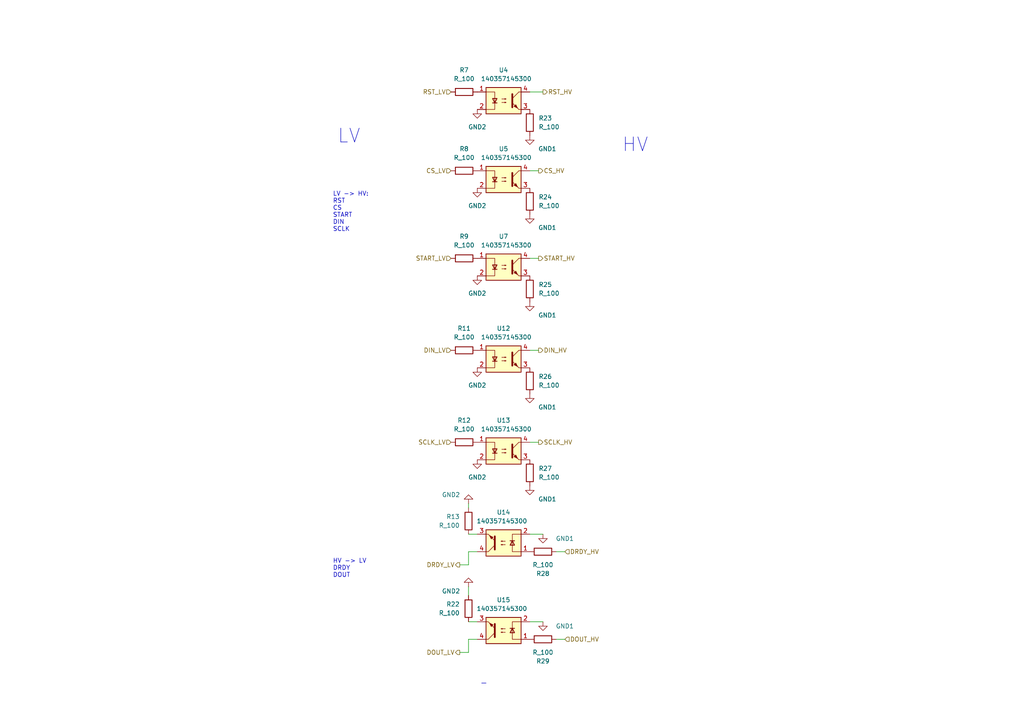
<source format=kicad_sch>
(kicad_sch (version 20230121) (generator eeschema)
  (paper "A4")
  (lib_symbols
    (symbol "GND2_1" (power) (pin_names (offset 0))
      (property "Value" "GND2_1" (at 0 -5.08 0))
      (symbol "GND2_1_0_1"
        (polyline (pts (xy 0 0) (xy 0 -1.27) (xy 1.27 -1.27) (xy 0 -2.54) (xy -1.27 -1.27) (xy 0 -1.27)))
      )
      (symbol "GND2_1_1_1"
        (pin power_in line (at 0 0 270) (length 0) hide (name "GND2") (number "1"))
      )
    )
    (symbol "OEM:140357145300 "
      (property "Reference" "U" (at -5.08 5.08 0))
      (property "Value" "140357145300 " (at 0 5.08 0))
      (symbol "140357145300 _0_1"
        (rectangle (start -5.08 3.81) (end 5.08 -3.81) (stroke (width 0.254)) (fill (type background)))
        (polyline (pts (xy -3.175 -0.635) (xy -1.905 -0.635)) (stroke (width 0.254)))
        (polyline (pts (xy 2.54 0.635) (xy 4.445 2.54)))
        (polyline (pts (xy 4.445 -2.54) (xy 2.54 -0.635)) (fill (type outline)))
        (polyline (pts (xy 4.445 -2.54) (xy 5.08 -2.54)))
        (polyline (pts (xy 4.445 2.54) (xy 5.08 2.54)))
        (polyline (pts (xy -5.08 2.54) (xy -2.54 2.54) (xy -2.54 -0.635)))
        (polyline (pts (xy -2.54 -0.635) (xy -2.54 -2.54) (xy -5.08 -2.54)))
        (polyline (pts (xy 2.54 1.905) (xy 2.54 -1.905) (xy 2.54 -1.905)) (stroke (width 0.508)))
        (polyline (pts (xy -2.54 -0.635) (xy -3.175 0.635) (xy -1.905 0.635) (xy -2.54 -0.635)) (stroke (width 0.254)))
        (polyline (pts (xy -0.508 -0.508) (xy 0.762 -0.508) (xy 0.381 -0.635) (xy 0.381 -0.381) (xy 0.762 -0.508)))
        (polyline (pts (xy -0.508 0.508) (xy 0.762 0.508) (xy 0.381 0.381) (xy 0.381 0.635) (xy 0.762 0.508)))
        (polyline (pts (xy 3.048 -1.651) (xy 3.556 -1.143) (xy 4.064 -2.159) (xy 3.048 -1.651) (xy 3.048 -1.651)) (fill (type outline)))
      )
      (symbol "140357145300 _1_1"
        (pin passive line (at -7.62 2.54 0) (length 2.54) (name "~") (number "1"))
        (pin passive line (at -7.62 -2.54 0) (length 2.54) (name "~") (number "2"))
        (pin passive line (at 7.62 -2.54 180) (length 2.54) (name "~") (number "3"))
        (pin passive line (at 7.62 2.54 180) (length 2.54) (name "~") (number "4"))
      )
    )
    (symbol "formula:R_100" (pin_numbers hide) (pin_names (offset 0))
      (property "Reference" "R" (at 2.032 0 90))
      (property "Value" "R_100" (at -2.54 0 90))
      (symbol "R_100_0_1"
        (rectangle (start -1.016 -2.54) (end 1.016 2.54) (stroke (width 0.254)))
      )
      (symbol "R_100_1_1"
        (pin passive line (at 0 3.81 270) (length 1.27) (name "~") (number "1"))
        (pin passive line (at 0 -3.81 90) (length 1.27) (name "~") (number "2"))
      )
    )
    (symbol "power:GND1" (power) (pin_names (offset 0))
      (property "Value" "GND1" (at 0 -3.81 0))
      (symbol "GND1_0_1"
        (polyline (pts (xy 0 0) (xy 0 -1.27) (xy 1.27 -1.27) (xy 0 -2.54) (xy -1.27 -1.27) (xy 0 -1.27)))
      )
      (symbol "GND1_1_1"
        (pin power_in line (at 0 0 270) (length 0) hide (name "GND1") (number "1"))
      )
    )
  )
  (wire (pts (xy 161.29 185.42) (xy 163.83 185.42)))
  (wire (pts (xy 135.89 160.02) (xy 138.43 160.02)))
  (wire (pts (xy 135.89 185.42) (xy 138.43 185.42)))
  (wire (pts (xy 153.67 74.93) (xy 156.21 74.93)))
  (wire (pts (xy 135.89 172.72) (xy 135.89 170.18)))
  (wire (pts (xy 135.89 154.94) (xy 138.43 154.94)))
  (wire (pts (xy 153.67 128.27) (xy 156.21 128.27)))
  (wire (pts (xy 135.89 189.23) (xy 135.89 185.42)))
  (wire (pts (xy 135.89 163.83) (xy 135.89 160.02)))
  (wire (pts (xy 153.67 26.67) (xy 157.48 26.67)))
  (wire (pts (xy 153.67 101.6) (xy 156.21 101.6)))
  (wire (pts (xy 135.89 146.05) (xy 135.89 147.32)))
  (wire (pts (xy 133.35 163.83) (xy 135.89 163.83)))
  (wire (pts (xy 153.67 154.94) (xy 157.48 154.94)))
  (wire (pts (xy 133.35 189.23) (xy 135.89 189.23)))
  (wire (pts (xy 161.29 160.02) (xy 163.83 160.02)))
  (wire (pts (xy 135.89 180.34) (xy 138.43 180.34)))
  (polyline (pts (xy 139.7 198.12) (xy 140.97 198.12)))
  (wire (pts (xy 153.67 180.34) (xy 157.48 180.34)))
  (wire (pts (xy 153.67 49.53) (xy 156.21 49.53)))
  (text "HV -> LV\nDRDY\nDOUT" (at 96.52 167.64 0) (effects (font (size 1.27 1.27)) (justify left bottom)))
  (text "LV" (at 97.79 41.91 0) (effects (font (size 4 4)) (justify left bottom)))
  (text "LV -> HV:\nRST\nCS\nSTART\nDIN\nSCLK" (at 96.52 67.31 0) (effects (font (size 1.27 1.27)) (justify left bottom)))
  (text "HV" (at 180.34 44.45 0) (effects (font (size 4 4)) (justify left bottom)))
  (hierarchical_label "START_HV" (shape output) (at 156.21 74.93 0))
  (hierarchical_label "DOUT_HV" (shape input) (at 163.83 185.42 0))
  (hierarchical_label "DRDY_HV" (shape input) (at 163.83 160.02 0))
  (hierarchical_label "RST_LV" (shape input) (at 130.81 26.67 180))
  (hierarchical_label "START_LV" (shape input) (at 130.81 74.93 180))
  (hierarchical_label "RST_HV" (shape output) (at 157.48 26.67 0))
  (hierarchical_label "CS_LV" (shape input) (at 130.81 49.53 180))
  (hierarchical_label "CS_HV" (shape output) (at 156.21 49.53 0))
  (hierarchical_label "DIN_HV" (shape output) (at 156.21 101.6 0))
  (hierarchical_label "DRDY_LV" (shape output) (at 133.35 163.83 180))
  (hierarchical_label "SCLK_HV" (shape output) (at 156.21 128.27 0))
  (hierarchical_label "DIN_LV" (shape input) (at 130.81 101.6 180))
  (hierarchical_label "SCLK_LV" (shape input) (at 130.81 128.27 180))
  (hierarchical_label "DOUT_LV" (shape output) (at 133.35 189.23 180))
  (symbol (lib_id "formula:R_100") (at 153.67 110.49 0) (unit 1)
    (property "Reference" "R26" (at 156.21 109.2199 0) (effects (justify left)))
    (property "Value" "R_100" (at 156.21 111.7599 0) (effects (justify left)))
    (property "Footprint" "footprints:R_0603_1608Metric" (effects hide))
    (property "Datasheet" "https://www.seielect.com/Catalog/SEI-rncp.pdf" (effects hide))
    (property "MFN" "DK" (effects hide))
    (property "MPN" "RNCP0805FTD100RCT-ND" (effects hide))
    (property "PurchasingLink" "https://www.digikey.com/products/en?keywords=RNCP0805FTD100RCT-ND" (effects hide))
  )
  (symbol (lib_id "power:GND1") (at 153.67 140.97 0) (unit 1)
    (property "Reference" "#PWR032" (effects hide))
    (property "Value" "HV_GND" (at 158.75 144.78 0))
  )
  (symbol (lib_id "formula:R_100") (at 153.67 83.82 0) (unit 1)
    (property "Reference" "R25" (at 156.21 82.5499 0) (effects (justify left)))
    (property "Value" "R_100" (at 156.21 85.0899 0) (effects (justify left)))
    (property "Footprint" "footprints:R_0603_1608Metric" (effects hide))
    (property "Datasheet" "https://www.seielect.com/Catalog/SEI-rncp.pdf" (effects hide))
    (property "MFN" "DK" (effects hide))
    (property "MPN" "RNCP0805FTD100RCT-ND" (effects hide))
    (property "PurchasingLink" "https://www.digikey.com/products/en?keywords=RNCP0805FTD100RCT-ND" (effects hide))
  )
  (symbol (lib_id "OEM:140357145300 ") (at 146.05 29.21 0) (unit 1)
    (property "Reference" "U4" (at 146.05 20.32 0))
    (property "Value" "140357145300 " (at 147.32 22.86 0))
    (property "Footprint" "footprints:140357145300" (effects hide))
    (property "Datasheet" "https://www.we-online.com/components/products/datasheet/140357145300.pdf" (effects hide))
  )
  (symbol (lib_id "OEM:140357145300 ") (at 146.05 130.81 0) (unit 1)
    (property "Reference" "U13" (at 146.05 121.92 0))
    (property "Value" "140357145300 " (at 147.32 124.46 0))
    (property "Footprint" "footprints:140357145300" (effects hide))
    (property "Datasheet" "https://www.we-online.com/components/products/datasheet/140357145300.pdf" (effects hide))
  )
  (symbol (lib_id "power:GND1") (at 157.48 154.94 0) (unit 1)
    (property "Reference" "#PWR033" (effects hide))
    (property "Value" "HV_GND" (at 163.83 156.21 0))
  )
  (symbol (lib_name "GND2_1") (lib_id "power:GND2") (at 138.43 31.75 0) (unit 1)
    (property "Reference" "#PWR015" (effects hide))
    (property "Value" "LV_GND" (at 138.43 36.83 0))
  )
  (symbol (lib_name "GND2_1") (lib_id "power:GND2") (at 138.43 54.61 0) (unit 1)
    (property "Reference" "#PWR016" (effects hide))
    (property "Value" "LV_GND" (at 138.43 59.69 0))
  )
  (symbol (lib_id "OEM:140357145300 ") (at 146.05 52.07 0) (unit 1)
    (property "Reference" "U5" (at 146.05 43.18 0))
    (property "Value" "140357145300 " (at 147.32 45.72 0))
    (property "Footprint" "footprints:140357145300" (effects hide))
    (property "Datasheet" "https://www.we-online.com/components/products/datasheet/140357145300.pdf" (effects hide))
  )
  (symbol (lib_id "OEM:140357145300 ") (at 146.05 182.88 180) (unit 1)
    (property "Reference" "U15" (at 146.05 173.99 0))
    (property "Value" "140357145300 " (at 146.05 176.53 0))
    (property "Footprint" "footprints:140357145300" (effects hide))
    (property "Datasheet" "https://www.we-online.com/components/products/datasheet/140357145300.pdf" (effects hide))
  )
  (symbol (lib_id "formula:R_100") (at 134.62 26.67 90) (unit 1)
    (property "Reference" "R7" (at 134.62 20.32 90))
    (property "Value" "R_100" (at 134.62 22.86 90))
    (property "Footprint" "footprints:R_0603_1608Metric" (effects hide))
    (property "Datasheet" "https://www.seielect.com/Catalog/SEI-rncp.pdf" (effects hide))
    (property "MFN" "DK" (effects hide))
    (property "MPN" "RNCP0805FTD100RCT-ND" (effects hide))
    (property "PurchasingLink" "https://www.digikey.com/products/en?keywords=RNCP0805FTD100RCT-ND" (effects hide))
  )
  (symbol (lib_id "power:GND1") (at 157.48 180.34 0) (unit 1)
    (property "Reference" "#PWR034" (effects hide))
    (property "Value" "HV_GND" (at 163.83 181.61 0))
  )
  (symbol (lib_name "GND2_1") (lib_id "power:GND2") (at 135.89 170.18 180) (unit 1)
    (property "Reference" "#PWR013" (effects hide))
    (property "Value" "LV_GND" (at 130.81 171.45 0))
  )
  (symbol (lib_id "OEM:140357145300 ") (at 146.05 77.47 0) (unit 1)
    (property "Reference" "U7" (at 146.05 68.58 0))
    (property "Value" "140357145300 " (at 147.32 71.12 0))
    (property "Footprint" "footprints:140357145300" (effects hide))
    (property "Datasheet" "https://www.we-online.com/components/products/datasheet/140357145300.pdf" (effects hide))
  )
  (symbol (lib_id "OEM:140357145300 ") (at 146.05 104.14 0) (unit 1)
    (property "Reference" "U12" (at 146.05 95.25 0))
    (property "Value" "140357145300 " (at 147.32 97.79 0))
    (property "Footprint" "footprints:140357145300" (effects hide))
    (property "Datasheet" "https://www.we-online.com/components/products/datasheet/140357145300.pdf" (effects hide))
  )
  (symbol (lib_id "formula:R_100") (at 134.62 49.53 90) (unit 1)
    (property "Reference" "R8" (at 134.62 43.18 90))
    (property "Value" "R_100" (at 134.62 45.72 90))
    (property "Footprint" "footprints:R_0603_1608Metric" (effects hide))
    (property "Datasheet" "https://www.seielect.com/Catalog/SEI-rncp.pdf" (effects hide))
    (property "MFN" "DK" (effects hide))
    (property "MPN" "RNCP0805FTD100RCT-ND" (effects hide))
    (property "PurchasingLink" "https://www.digikey.com/products/en?keywords=RNCP0805FTD100RCT-ND" (effects hide))
  )
  (symbol (lib_id "formula:R_100") (at 135.89 151.13 180) (unit 1)
    (property "Reference" "R13" (at 133.35 149.86 0) (effects (justify left)))
    (property "Value" "R_100" (at 133.35 152.4 0) (effects (justify left)))
    (property "Footprint" "footprints:R_0603_1608Metric" (effects hide))
    (property "Datasheet" "https://www.seielect.com/Catalog/SEI-rncp.pdf" (effects hide))
    (property "MFN" "DK" (effects hide))
    (property "MPN" "RNCP0805FTD100RCT-ND" (effects hide))
    (property "PurchasingLink" "https://www.digikey.com/products/en?keywords=RNCP0805FTD100RCT-ND" (effects hide))
  )
  (symbol (lib_name "GND2_1") (lib_id "power:GND2") (at 138.43 133.35 0) (unit 1)
    (property "Reference" "#PWR027" (effects hide))
    (property "Value" "LV_GND" (at 138.43 138.43 0))
  )
  (symbol (lib_id "formula:R_100") (at 157.48 185.42 270) (unit 1)
    (property "Reference" "R29" (at 157.48 191.77 90))
    (property "Value" "R_100" (at 157.48 189.23 90))
    (property "Footprint" "footprints:R_0603_1608Metric" (effects hide))
    (property "Datasheet" "https://www.seielect.com/Catalog/SEI-rncp.pdf" (effects hide))
    (property "MFN" "DK" (effects hide))
    (property "MPN" "RNCP0805FTD100RCT-ND" (effects hide))
    (property "PurchasingLink" "https://www.digikey.com/products/en?keywords=RNCP0805FTD100RCT-ND" (effects hide))
  )
  (symbol (lib_id "power:GND1") (at 153.67 87.63 0) (unit 1)
    (property "Reference" "#PWR030" (effects hide))
    (property "Value" "HV_GND" (at 158.75 91.44 0))
  )
  (symbol (lib_id "formula:R_100") (at 153.67 35.56 0) (unit 1)
    (property "Reference" "R23" (at 156.21 34.2899 0) (effects (justify left)))
    (property "Value" "R_100" (at 156.21 36.83 0) (effects (justify left)))
    (property "Footprint" "footprints:R_0603_1608Metric" (effects hide))
    (property "Datasheet" "https://www.seielect.com/Catalog/SEI-rncp.pdf" (effects hide))
    (property "MFN" "DK" (effects hide))
    (property "MPN" "RNCP0805FTD100RCT-ND" (effects hide))
    (property "PurchasingLink" "https://www.digikey.com/products/en?keywords=RNCP0805FTD100RCT-ND" (effects hide))
  )
  (symbol (lib_id "formula:R_100") (at 134.62 128.27 90) (unit 1)
    (property "Reference" "R12" (at 134.62 121.92 90))
    (property "Value" "R_100" (at 134.62 124.46 90))
    (property "Footprint" "footprints:R_0603_1608Metric" (effects hide))
    (property "Datasheet" "https://www.seielect.com/Catalog/SEI-rncp.pdf" (effects hide))
    (property "MFN" "DK" (effects hide))
    (property "MPN" "RNCP0805FTD100RCT-ND" (effects hide))
    (property "PurchasingLink" "https://www.digikey.com/products/en?keywords=RNCP0805FTD100RCT-ND" (effects hide))
  )
  (symbol (lib_id "formula:R_100") (at 134.62 74.93 90) (unit 1)
    (property "Reference" "R9" (at 134.62 68.58 90))
    (property "Value" "R_100" (at 134.62 71.12 90))
    (property "Footprint" "footprints:R_0603_1608Metric" (effects hide))
    (property "Datasheet" "https://www.seielect.com/Catalog/SEI-rncp.pdf" (effects hide))
    (property "MFN" "DK" (effects hide))
    (property "MPN" "RNCP0805FTD100RCT-ND" (effects hide))
    (property "PurchasingLink" "https://www.digikey.com/products/en?keywords=RNCP0805FTD100RCT-ND" (effects hide))
  )
  (symbol (lib_id "formula:R_100") (at 157.48 160.02 270) (unit 1)
    (property "Reference" "R28" (at 157.48 166.37 90))
    (property "Value" "R_100" (at 157.48 163.83 90))
    (property "Footprint" "footprints:R_0603_1608Metric" (effects hide))
    (property "Datasheet" "https://www.seielect.com/Catalog/SEI-rncp.pdf" (effects hide))
    (property "MFN" "DK" (effects hide))
    (property "MPN" "RNCP0805FTD100RCT-ND" (effects hide))
    (property "PurchasingLink" "https://www.digikey.com/products/en?keywords=RNCP0805FTD100RCT-ND" (effects hide))
  )
  (symbol (lib_name "GND2_1") (lib_id "power:GND2") (at 135.89 146.05 180) (unit 1)
    (property "Reference" "#PWR012" (effects hide))
    (property "Value" "LV_GND" (at 130.81 143.51 0))
  )
  (symbol (lib_id "formula:R_100") (at 153.67 58.42 0) (unit 1)
    (property "Reference" "R24" (at 156.21 57.1499 0) (effects (justify left)))
    (property "Value" "R_100" (at 156.21 59.6899 0) (effects (justify left)))
    (property "Footprint" "footprints:R_0603_1608Metric" (effects hide))
    (property "Datasheet" "https://www.seielect.com/Catalog/SEI-rncp.pdf" (effects hide))
    (property "MFN" "DK" (effects hide))
    (property "MPN" "RNCP0805FTD100RCT-ND" (effects hide))
    (property "PurchasingLink" "https://www.digikey.com/products/en?keywords=RNCP0805FTD100RCT-ND" (effects hide))
  )
  (symbol (lib_id "power:GND1") (at 153.67 39.37 0) (unit 1)
    (property "Reference" "#PWR028" (effects hide))
    (property "Value" "HV_GND" (at 158.75 43.18 0))
  )
  (symbol (lib_id "OEM:140357145300 ") (at 146.05 157.48 180) (unit 1)
    (property "Reference" "U14" (at 146.05 148.59 0))
    (property "Value" "140357145300 " (at 146.05 151.13 0))
    (property "Footprint" "footprints:140357145300" (effects hide))
    (property "Datasheet" "https://www.we-online.com/components/products/datasheet/140357145300.pdf" (effects hide))
  )
  (symbol (lib_id "formula:R_100") (at 153.67 137.16 0) (unit 1)
    (property "Reference" "R27" (at 156.21 135.8899 0) (effects (justify left)))
    (property "Value" "R_100" (at 156.21 138.4299 0) (effects (justify left)))
    (property "Footprint" "footprints:R_0603_1608Metric" (effects hide))
    (property "Datasheet" "https://www.seielect.com/Catalog/SEI-rncp.pdf" (effects hide))
    (property "MFN" "DK" (effects hide))
    (property "MPN" "RNCP0805FTD100RCT-ND" (effects hide))
    (property "PurchasingLink" "https://www.digikey.com/products/en?keywords=RNCP0805FTD100RCT-ND" (effects hide))
  )
  (symbol (lib_name "GND2_1") (lib_id "power:GND2") (at 138.43 106.68 0) (unit 1)
    (property "Reference" "#PWR020" (effects hide))
    (property "Value" "LV_GND" (at 138.43 111.76 0))
  )
  (symbol (lib_id "formula:R_100") (at 135.89 176.53 180) (unit 1)
    (property "Reference" "R22" (at 133.35 175.26 0) (effects (justify left)))
    (property "Value" "R_100" (at 133.35 177.8 0) (effects (justify left)))
    (property "Footprint" "footprints:R_0603_1608Metric" (effects hide))
    (property "Datasheet" "https://www.seielect.com/Catalog/SEI-rncp.pdf" (effects hide))
    (property "MFN" "DK" (effects hide))
    (property "MPN" "RNCP0805FTD100RCT-ND" (effects hide))
    (property "PurchasingLink" "https://www.digikey.com/products/en?keywords=RNCP0805FTD100RCT-ND" (effects hide))
  )
  (symbol (lib_id "formula:R_100") (at 134.62 101.6 90) (unit 1)
    (property "Reference" "R11" (at 134.62 95.25 90))
    (property "Value" "R_100" (at 134.62 97.79 90))
    (property "Footprint" "footprints:R_0603_1608Metric" (effects hide))
    (property "Datasheet" "https://www.seielect.com/Catalog/SEI-rncp.pdf" (effects hide))
    (property "MFN" "DK" (effects hide))
    (property "MPN" "RNCP0805FTD100RCT-ND" (effects hide))
    (property "PurchasingLink" "https://www.digikey.com/products/en?keywords=RNCP0805FTD100RCT-ND" (effects hide))
  )
  (symbol (lib_id "power:GND1") (at 153.67 62.23 0) (unit 1)
    (property "Reference" "#PWR029" (effects hide))
    (property "Value" "HV_GND" (at 158.75 66.04 0))
  )
  (symbol (lib_id "power:GND1") (at 153.67 114.3 0) (unit 1)
    (property "Reference" "#PWR031" (effects hide))
    (property "Value" "HV_GND" (at 158.75 118.11 0))
  )
  (symbol (lib_name "GND2_1") (lib_id "power:GND2") (at 138.43 80.01 0) (unit 1)
    (property "Reference" "#PWR017" (effects hide))
    (property "Value" "LV_GND" (at 138.43 85.09 0))
  )
)
</source>
